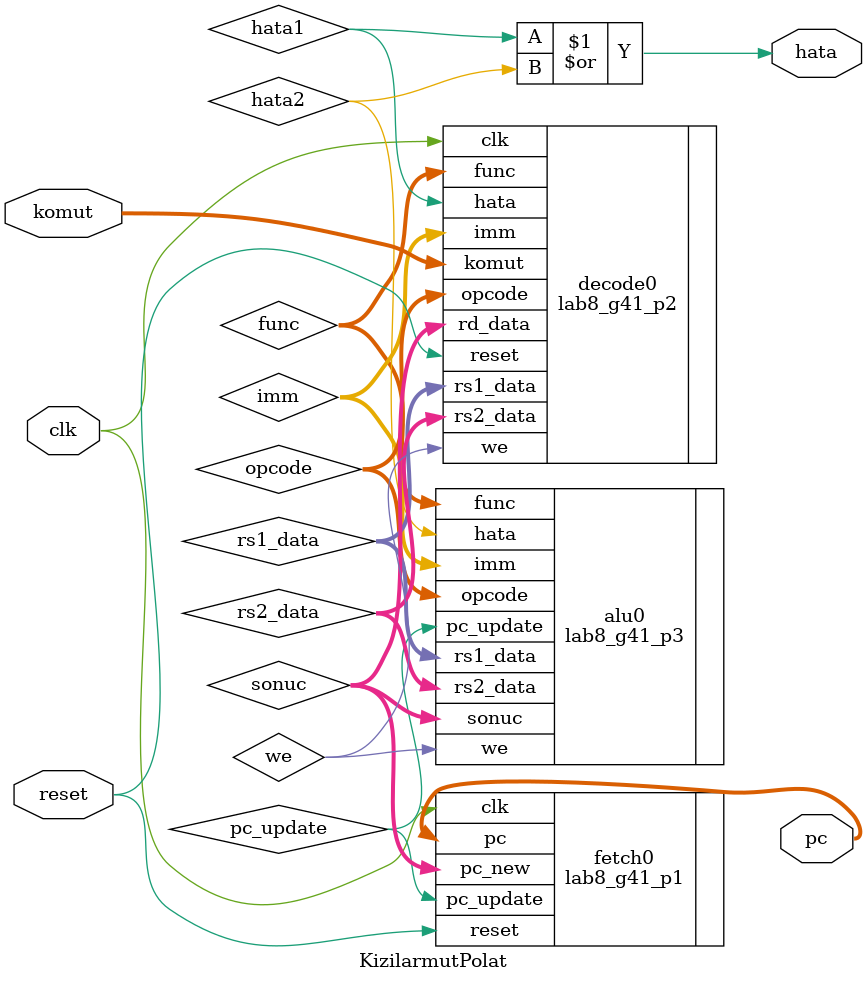
<source format=sv>
/* KizilarmutPolat.sv
* Hazırlayanlar: Berat Kızılarmut, Ömer Emre Polat
* Notlar: Single Cycle Processor */
module KizilarmutPolat(
    input logic clk, reset,
    input logic [31:0] komut,
    output logic [31:0] pc,
    output logic hata
);
logic we;
logic pc_update;
logic [31:0] rs1_data, rs2_data;
logic [31:0] imm;
logic [6:0] opcode;
logic [3:0] func;
logic [31:0] sonuc;
logic hata1, hata2;
assign hata = hata1 | hata2;
lab8_g41_p1 fetch0(.clk(clk), .reset(reset), .pc(pc), .pc_update(pc_update), .pc_new(sonuc));
lab8_g41_p2 decode0(.clk(clk), .reset(reset), .komut(komut), .opcode(opcode), .func(func), .rs1_data(rs1_data), .rs2_data(rs2_data), .imm(imm), .we(we), .rd_data(sonuc), .hata(hata1));
lab8_g41_p3 alu0(.rs1_data(rs1_data), .rs2_data(rs2_data), .imm(imm), .opcode(opcode), .func(func), .sonuc(sonuc), .pc_update(pc_update), .we(we), .hata(hata2));
endmodule

</source>
